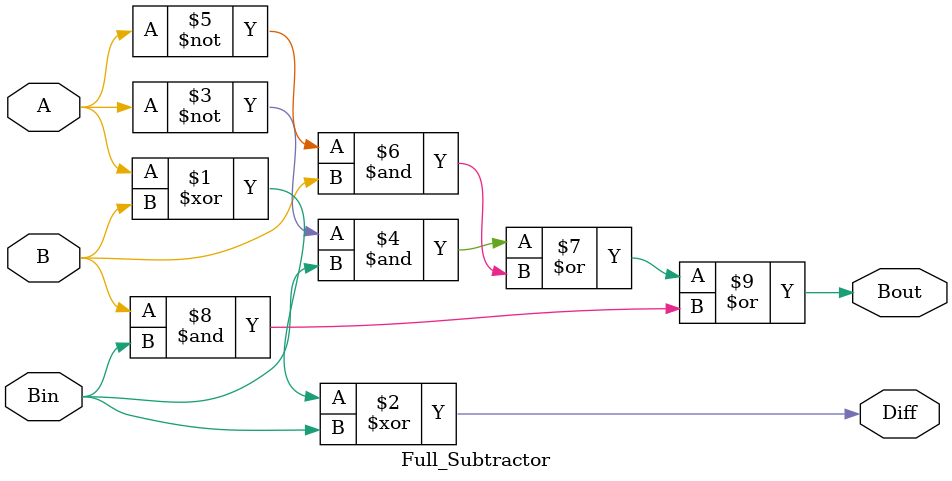
<source format=v>
`timescale 1ns / 1ps

module Full_Subtractor(
    input A,
    input B,
    input Bin,
    output Diff,
    output Bout
    );
    
    assign Diff = A ^ B ^ Bin;
    assign Bout = (~A & Bin) | (~A & B) | (B & Bin);
endmodule
</source>
